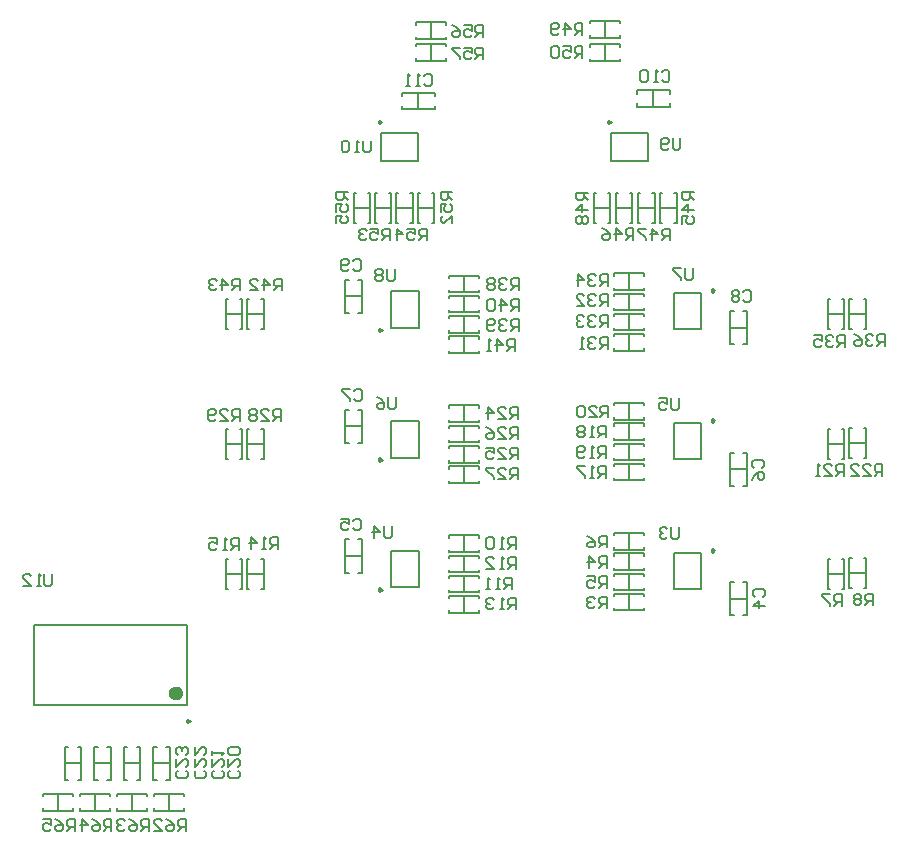
<source format=gbo>
G04*
G04 #@! TF.GenerationSoftware,Altium Limited,Altium Designer,20.0.13 (296)*
G04*
G04 Layer_Color=65280*
%FSLAX25Y25*%
%MOIN*%
G70*
G01*
G75*
%ADD10C,0.00984*%
%ADD11C,0.02362*%
%ADD12C,0.00787*%
%ADD13C,0.00591*%
D10*
X260644Y130383D02*
X259906Y130809D01*
Y129957D01*
X260644Y130383D01*
Y173690D02*
X259906Y174117D01*
Y173264D01*
X260644Y173690D01*
Y216998D02*
X259906Y217424D01*
Y216571D01*
X260644Y216998D01*
X226097Y273120D02*
X225359Y273547D01*
Y272694D01*
X226097Y273120D01*
X149499D02*
X148761Y273547D01*
Y272694D01*
X149499Y273120D01*
X149789Y203883D02*
X149051Y204309D01*
Y203456D01*
X149789Y203883D01*
Y160575D02*
X149051Y161002D01*
Y160149D01*
X149789Y160575D01*
Y117268D02*
X149051Y117695D01*
Y116842D01*
X149789Y117268D01*
X85756Y73561D02*
X85018Y73987D01*
Y73135D01*
X85756Y73561D01*
D11*
X82252Y82813D02*
X81808Y83736D01*
X80808Y83964D01*
X80007Y83325D01*
Y82301D01*
X80808Y81661D01*
X81808Y81889D01*
X82252Y82813D01*
D12*
X256390Y117450D02*
Y129655D01*
X247335Y117450D02*
Y129655D01*
X256390D01*
X247335Y117450D02*
X256390D01*
Y160757D02*
Y172962D01*
X247335Y160757D02*
Y172962D01*
X256390D01*
X247335Y160757D02*
X256390D01*
Y204064D02*
Y216269D01*
X247335Y204064D02*
Y216269D01*
X256390D01*
X247335Y204064D02*
X256390D01*
X226333Y269359D02*
X238538D01*
X226333Y260303D02*
X238538D01*
X226333D02*
Y269359D01*
X238538Y260303D02*
Y269359D01*
X161940Y260303D02*
Y269359D01*
X149735Y260303D02*
Y269359D01*
Y260303D02*
X161940D01*
X149735Y269359D02*
X161940D01*
X153059Y204611D02*
Y216816D01*
X162114Y204611D02*
Y216816D01*
X153059Y204611D02*
X162114D01*
X153059Y216816D02*
X162114D01*
X153059Y161304D02*
Y173509D01*
X162114Y161304D02*
Y173509D01*
X153059Y161304D02*
X162114D01*
X153059Y173509D02*
X162114D01*
X153059Y117997D02*
Y130201D01*
X162114Y117997D02*
Y130201D01*
X153059Y117997D02*
X162114D01*
X153059Y130201D02*
X162114D01*
X33827Y78876D02*
X85008D01*
X33827Y105648D02*
X85008D01*
Y78876D02*
Y105648D01*
X33827Y78876D02*
Y105648D01*
X146254Y266984D02*
Y263704D01*
X145598Y263048D01*
X144286D01*
X143630Y263704D01*
Y266984D01*
X142318Y263048D02*
X141006D01*
X141662D01*
Y266984D01*
X142318Y266328D01*
X139038D02*
X138382Y266984D01*
X137071D01*
X136415Y266328D01*
Y263704D01*
X137071Y263048D01*
X138382D01*
X139038Y263704D01*
Y266328D01*
X249391Y267817D02*
Y264537D01*
X248735Y263881D01*
X247423D01*
X246767Y264537D01*
Y267817D01*
X245455Y264537D02*
X244799Y263881D01*
X243487D01*
X242831Y264537D01*
Y267161D01*
X243487Y267817D01*
X244799D01*
X245455Y267161D01*
Y266505D01*
X244799Y265849D01*
X242831D01*
X154178Y224193D02*
Y220913D01*
X153522Y220257D01*
X152210D01*
X151554Y220913D01*
Y224193D01*
X150242Y223536D02*
X149586Y224193D01*
X148274D01*
X147618Y223536D01*
Y222881D01*
X148274Y222225D01*
X147618Y221569D01*
Y220913D01*
X148274Y220257D01*
X149586D01*
X150242Y220913D01*
Y221569D01*
X149586Y222225D01*
X150242Y222881D01*
Y223536D01*
X149586Y222225D02*
X148274D01*
X253438Y224445D02*
Y221165D01*
X252782Y220509D01*
X251470D01*
X250814Y221165D01*
Y224445D01*
X249502D02*
X246878D01*
Y223789D01*
X249502Y221165D01*
Y220509D01*
X154681Y181546D02*
Y178266D01*
X154025Y177610D01*
X152714D01*
X152058Y178266D01*
Y181546D01*
X148122D02*
X149434Y180890D01*
X150746Y179578D01*
Y178266D01*
X150090Y177610D01*
X148778D01*
X148122Y178266D01*
Y178922D01*
X148778Y179578D01*
X150746D01*
X248774Y181174D02*
Y177895D01*
X248118Y177239D01*
X246806D01*
X246150Y177895D01*
Y181174D01*
X242214D02*
X244838D01*
Y179207D01*
X243526Y179862D01*
X242870D01*
X242214Y179207D01*
Y177895D01*
X242870Y177239D01*
X244182D01*
X244838Y177895D01*
X153219Y138370D02*
Y135090D01*
X152563Y134434D01*
X151251D01*
X150595Y135090D01*
Y138370D01*
X147315Y134434D02*
Y138370D01*
X149283Y136402D01*
X146659D01*
X248987Y138242D02*
Y134962D01*
X248331Y134306D01*
X247019D01*
X246363Y134962D01*
Y138242D01*
X245051Y137586D02*
X244395Y138242D01*
X243084D01*
X242427Y137586D01*
Y136930D01*
X243084Y136274D01*
X243739D01*
X243084D01*
X242427Y135618D01*
Y134962D01*
X243084Y134306D01*
X244395D01*
X245051Y134962D01*
X40023Y122482D02*
Y119202D01*
X39367Y118546D01*
X38055D01*
X37399Y119202D01*
Y122482D01*
X36087Y118546D02*
X34775D01*
X35431D01*
Y122482D01*
X36087Y121826D01*
X30184Y118546D02*
X32807D01*
X30184Y121170D01*
Y121826D01*
X30840Y122482D01*
X32151D01*
X32807Y121826D01*
X183690Y294046D02*
Y297981D01*
X181722D01*
X181066Y297325D01*
Y296013D01*
X181722Y295357D01*
X183690D01*
X182378D02*
X181066Y294046D01*
X177131Y297981D02*
X179754D01*
Y296013D01*
X178443Y296670D01*
X177787D01*
X177131Y296013D01*
Y294702D01*
X177787Y294046D01*
X179098D01*
X179754Y294702D01*
X175819Y297981D02*
X173195D01*
Y297325D01*
X175819Y294702D01*
Y294046D01*
X216731Y294464D02*
Y298399D01*
X214763D01*
X214107Y297744D01*
Y296432D01*
X214763Y295776D01*
X216731D01*
X215419D02*
X214107Y294464D01*
X210172Y298399D02*
X212795D01*
Y296432D01*
X211483Y297088D01*
X210827D01*
X210172Y296432D01*
Y295120D01*
X210827Y294464D01*
X212139D01*
X212795Y295120D01*
X208860Y297744D02*
X208204Y298399D01*
X206892D01*
X206236Y297744D01*
Y295120D01*
X206892Y294464D01*
X208204D01*
X208860Y295120D01*
Y297744D01*
X102640Y217021D02*
Y220957D01*
X100672D01*
X100016Y220301D01*
Y218989D01*
X100672Y218333D01*
X102640D01*
X101328D02*
X100016Y217021D01*
X96737D02*
Y220957D01*
X98705Y218989D01*
X96081D01*
X94769Y220301D02*
X94113Y220957D01*
X92801D01*
X92145Y220301D01*
Y219645D01*
X92801Y218989D01*
X93457D01*
X92801D01*
X92145Y218333D01*
Y217677D01*
X92801Y217021D01*
X94113D01*
X94769Y217677D01*
X317655Y198481D02*
Y202417D01*
X315688D01*
X315032Y201761D01*
Y200449D01*
X315688Y199793D01*
X317655D01*
X316343D02*
X315032Y198481D01*
X313720Y201761D02*
X313064Y202417D01*
X311752D01*
X311096Y201761D01*
Y201105D01*
X311752Y200449D01*
X312408D01*
X311752D01*
X311096Y199793D01*
Y199137D01*
X311752Y198481D01*
X313064D01*
X313720Y199137D01*
X307160Y202417D02*
X308472Y201761D01*
X309784Y200449D01*
Y199137D01*
X309128Y198481D01*
X307816D01*
X307160Y199137D01*
Y199793D01*
X307816Y200449D01*
X309784D01*
X102424Y173511D02*
Y177446D01*
X100456D01*
X99800Y176790D01*
Y175478D01*
X100456Y174822D01*
X102424D01*
X101112D02*
X99800Y173511D01*
X95864D02*
X98488D01*
X95864Y176134D01*
Y176790D01*
X96520Y177446D01*
X97832D01*
X98488Y176790D01*
X94552Y174167D02*
X93896Y173511D01*
X92584D01*
X91928Y174167D01*
Y176790D01*
X92584Y177446D01*
X93896D01*
X94552Y176790D01*
Y176134D01*
X93896Y175478D01*
X91928D01*
X316711Y155252D02*
Y159188D01*
X314744D01*
X314088Y158532D01*
Y157220D01*
X314744Y156564D01*
X316711D01*
X315400D02*
X314088Y155252D01*
X310152D02*
X312776D01*
X310152Y157876D01*
Y158532D01*
X310808Y159188D01*
X312120D01*
X312776Y158532D01*
X306216Y155252D02*
X308840D01*
X306216Y157876D01*
Y158532D01*
X306872Y159188D01*
X308184D01*
X308840Y158532D01*
X102245Y130580D02*
Y134516D01*
X100277D01*
X99621Y133860D01*
Y132548D01*
X100277Y131892D01*
X102245D01*
X100933D02*
X99621Y130580D01*
X98309D02*
X96997D01*
X97653D01*
Y134516D01*
X98309Y133860D01*
X92405Y134516D02*
X95029D01*
Y132548D01*
X93717Y133204D01*
X93062D01*
X92405Y132548D01*
Y131236D01*
X93062Y130580D01*
X94373D01*
X95029Y131236D01*
X313657Y112024D02*
Y115959D01*
X311689D01*
X311033Y115303D01*
Y113991D01*
X311689Y113336D01*
X313657D01*
X312345D02*
X311033Y112024D01*
X309721Y115303D02*
X309065Y115959D01*
X307753D01*
X307097Y115303D01*
Y114647D01*
X307753Y113991D01*
X307097Y113336D01*
Y112680D01*
X307753Y112024D01*
X309065D01*
X309721Y112680D01*
Y113336D01*
X309065Y113991D01*
X309721Y114647D01*
Y115303D01*
X309065Y113991D02*
X307753D01*
X183690Y301451D02*
Y305387D01*
X181722D01*
X181066Y304731D01*
Y303419D01*
X181722Y302763D01*
X183690D01*
X182378D02*
X181066Y301451D01*
X177131Y305387D02*
X179754D01*
Y303419D01*
X178443Y304075D01*
X177787D01*
X177131Y303419D01*
Y302107D01*
X177787Y301451D01*
X179098D01*
X179754Y302107D01*
X173195Y305387D02*
X174507Y304731D01*
X175819Y303419D01*
Y302107D01*
X175163Y301451D01*
X173851D01*
X173195Y302107D01*
Y302763D01*
X173851Y303419D01*
X175819D01*
X216731Y302239D02*
Y306175D01*
X214763D01*
X214107Y305519D01*
Y304207D01*
X214763Y303551D01*
X216731D01*
X215419D02*
X214107Y302239D01*
X210827D02*
Y306175D01*
X212795Y304207D01*
X210172D01*
X208860Y302895D02*
X208204Y302239D01*
X206892D01*
X206236Y302895D01*
Y305519D01*
X206892Y306175D01*
X208204D01*
X208860Y305519D01*
Y304863D01*
X208204Y304207D01*
X206236D01*
X116547Y217021D02*
Y220957D01*
X114579D01*
X113923Y220301D01*
Y218989D01*
X114579Y218333D01*
X116547D01*
X115235D02*
X113923Y217021D01*
X110644D02*
Y220957D01*
X112611Y218989D01*
X109988D01*
X106052Y217021D02*
X108676D01*
X106052Y219645D01*
Y220301D01*
X106708Y220957D01*
X108020D01*
X108676Y220301D01*
X304349Y198244D02*
Y202180D01*
X302381D01*
X301726Y201524D01*
Y200212D01*
X302381Y199556D01*
X304349D01*
X303037D02*
X301726Y198244D01*
X300414Y201524D02*
X299758Y202180D01*
X298446D01*
X297790Y201524D01*
Y200868D01*
X298446Y200212D01*
X299102D01*
X298446D01*
X297790Y199556D01*
Y198900D01*
X298446Y198244D01*
X299758D01*
X300414Y198900D01*
X293854Y202180D02*
X296478D01*
Y200212D01*
X295166Y200868D01*
X294510D01*
X293854Y200212D01*
Y198900D01*
X294510Y198244D01*
X295822D01*
X296478Y198900D01*
X116087Y173511D02*
Y177446D01*
X114119D01*
X113463Y176790D01*
Y175478D01*
X114119Y174822D01*
X116087D01*
X114775D02*
X113463Y173511D01*
X109528D02*
X112151D01*
X109528Y176134D01*
Y176790D01*
X110183Y177446D01*
X111495D01*
X112151Y176790D01*
X108216D02*
X107560Y177446D01*
X106248D01*
X105592Y176790D01*
Y176134D01*
X106248Y175478D01*
X105592Y174822D01*
Y174167D01*
X106248Y173511D01*
X107560D01*
X108216Y174167D01*
Y174822D01*
X107560Y175478D01*
X108216Y176134D01*
Y176790D01*
X107560Y175478D02*
X106248D01*
X303851Y155252D02*
Y159188D01*
X301883D01*
X301227Y158532D01*
Y157220D01*
X301883Y156564D01*
X303851D01*
X302539D02*
X301227Y155252D01*
X297291D02*
X299915D01*
X297291Y157876D01*
Y158532D01*
X297947Y159188D01*
X299259D01*
X299915Y158532D01*
X295979Y155252D02*
X294668D01*
X295323D01*
Y159188D01*
X295979Y158532D01*
X115300Y130800D02*
Y134736D01*
X113332D01*
X112676Y134080D01*
Y132768D01*
X113332Y132112D01*
X115300D01*
X113988D02*
X112676Y130800D01*
X111364D02*
X110052D01*
X110708D01*
Y134736D01*
X111364Y134080D01*
X106117Y130800D02*
Y134736D01*
X108084Y132768D01*
X105461D01*
X303154Y111731D02*
Y115666D01*
X301186D01*
X300531Y115010D01*
Y113698D01*
X301186Y113042D01*
X303154D01*
X301842D02*
X300531Y111731D01*
X299219Y115666D02*
X296595D01*
Y115010D01*
X299219Y112387D01*
Y111731D01*
X138627Y249839D02*
X134692D01*
Y247871D01*
X135348Y247216D01*
X136660D01*
X137315Y247871D01*
Y249839D01*
Y248527D02*
X138627Y247216D01*
X134692Y243280D02*
Y245904D01*
X136660D01*
X136003Y244592D01*
Y243936D01*
X136660Y243280D01*
X137971D01*
X138627Y243936D01*
Y245248D01*
X137971Y245904D01*
X134692Y239344D02*
Y241968D01*
X136660D01*
X136003Y240656D01*
Y240000D01*
X136660Y239344D01*
X137971D01*
X138627Y240000D01*
Y241312D01*
X137971Y241968D01*
X218559Y249655D02*
X214623D01*
Y247687D01*
X215279Y247031D01*
X216591D01*
X217247Y247687D01*
Y249655D01*
Y248343D02*
X218559Y247031D01*
Y243751D02*
X214623D01*
X216591Y245719D01*
Y243095D01*
X215279Y241783D02*
X214623Y241127D01*
Y239815D01*
X215279Y239159D01*
X215935D01*
X216591Y239815D01*
X217247Y239159D01*
X217903D01*
X218559Y239815D01*
Y241127D01*
X217903Y241783D01*
X217247D01*
X216591Y241127D01*
X215935Y241783D01*
X215279D01*
X216591Y241127D02*
Y239815D01*
X194231Y196800D02*
Y200735D01*
X192263D01*
X191607Y200080D01*
Y198768D01*
X192263Y198112D01*
X194231D01*
X192919D02*
X191607Y196800D01*
X188327D02*
Y200735D01*
X190295Y198768D01*
X187671D01*
X186359Y196800D02*
X185047D01*
X185703D01*
Y200735D01*
X186359Y200080D01*
X225245Y218601D02*
Y222537D01*
X223277D01*
X222621Y221881D01*
Y220569D01*
X223277Y219913D01*
X225245D01*
X223933D02*
X222621Y218601D01*
X221309Y221881D02*
X220653Y222537D01*
X219341D01*
X218685Y221881D01*
Y221225D01*
X219341Y220569D01*
X219997D01*
X219341D01*
X218685Y219913D01*
Y219257D01*
X219341Y218601D01*
X220653D01*
X221309Y219257D01*
X215406Y218601D02*
Y222537D01*
X217373Y220569D01*
X214750D01*
X195181Y154020D02*
Y157955D01*
X193213D01*
X192557Y157299D01*
Y155988D01*
X193213Y155332D01*
X195181D01*
X193869D02*
X192557Y154020D01*
X188621D02*
X191245D01*
X188621Y156643D01*
Y157299D01*
X189278Y157955D01*
X190589D01*
X191245Y157299D01*
X187310Y157955D02*
X184686D01*
Y157299D01*
X187310Y154676D01*
Y154020D01*
X225351Y174707D02*
Y178643D01*
X223383D01*
X222727Y177987D01*
Y176675D01*
X223383Y176019D01*
X225351D01*
X224039D02*
X222727Y174707D01*
X218791D02*
X221415D01*
X218791Y177331D01*
Y177987D01*
X219447Y178643D01*
X220759D01*
X221415Y177987D01*
X217479D02*
X216823Y178643D01*
X215511D01*
X214855Y177987D01*
Y175363D01*
X215511Y174707D01*
X216823D01*
X217479Y175363D01*
Y177987D01*
X194441Y110680D02*
Y114616D01*
X192473D01*
X191817Y113960D01*
Y112648D01*
X192473Y111992D01*
X194441D01*
X193129D02*
X191817Y110680D01*
X190505D02*
X189193D01*
X189849D01*
Y114616D01*
X190505Y113960D01*
X187225D02*
X186569Y114616D01*
X185257D01*
X184601Y113960D01*
Y113304D01*
X185257Y112648D01*
X185913D01*
X185257D01*
X184601Y111992D01*
Y111337D01*
X185257Y110680D01*
X186569D01*
X187225Y111337D01*
X224956Y131328D02*
Y135264D01*
X222989D01*
X222333Y134608D01*
Y133296D01*
X222989Y132640D01*
X224956D01*
X223645D02*
X222333Y131328D01*
X218397Y135264D02*
X219709Y134608D01*
X221021Y133296D01*
Y131984D01*
X220365Y131328D01*
X219053D01*
X218397Y131984D01*
Y132640D01*
X219053Y133296D01*
X221021D01*
X164921Y233706D02*
Y237642D01*
X162953D01*
X162297Y236986D01*
Y235674D01*
X162953Y235018D01*
X164921D01*
X163609D02*
X162297Y233706D01*
X158361Y237642D02*
X160985D01*
Y235674D01*
X159673Y236330D01*
X159017D01*
X158361Y235674D01*
Y234362D01*
X159017Y233706D01*
X160329D01*
X160985Y234362D01*
X155081Y233706D02*
Y237642D01*
X157049Y235674D01*
X154425D01*
X245778Y233701D02*
Y237636D01*
X243811D01*
X243155Y236980D01*
Y235668D01*
X243811Y235013D01*
X245778D01*
X244467D02*
X243155Y233701D01*
X239875D02*
Y237636D01*
X241843Y235668D01*
X239219D01*
X237907Y237636D02*
X235283D01*
Y236980D01*
X237907Y234357D01*
Y233701D01*
X195531Y210300D02*
Y214235D01*
X193563D01*
X192907Y213580D01*
Y212268D01*
X193563Y211612D01*
X195531D01*
X194219D02*
X192907Y210300D01*
X189627D02*
Y214235D01*
X191595Y212268D01*
X188971D01*
X187659Y213580D02*
X187003Y214235D01*
X185691D01*
X185035Y213580D01*
Y210956D01*
X185691Y210300D01*
X187003D01*
X187659Y210956D01*
Y213580D01*
X225245Y204769D02*
Y208705D01*
X223277D01*
X222621Y208049D01*
Y206737D01*
X223277Y206081D01*
X225245D01*
X223933D02*
X222621Y204769D01*
X221309Y208049D02*
X220653Y208705D01*
X219341D01*
X218685Y208049D01*
Y207393D01*
X219341Y206737D01*
X219997D01*
X219341D01*
X218685Y206081D01*
Y205425D01*
X219341Y204769D01*
X220653D01*
X221309Y205425D01*
X217373Y208049D02*
X216718Y208705D01*
X215406D01*
X214750Y208049D01*
Y207393D01*
X215406Y206737D01*
X216061D01*
X215406D01*
X214750Y206081D01*
Y205425D01*
X215406Y204769D01*
X216718D01*
X217373Y205425D01*
X195181Y167520D02*
Y171455D01*
X193213D01*
X192557Y170800D01*
Y169488D01*
X193213Y168832D01*
X195181D01*
X193869D02*
X192557Y167520D01*
X188621D02*
X191245D01*
X188621Y170143D01*
Y170800D01*
X189278Y171455D01*
X190589D01*
X191245Y170800D01*
X184686Y171455D02*
X185998Y170800D01*
X187310Y169488D01*
Y168176D01*
X186654Y167520D01*
X185342D01*
X184686Y168176D01*
Y168832D01*
X185342Y169488D01*
X187310D01*
X224651Y161207D02*
Y165143D01*
X222683D01*
X222027Y164487D01*
Y163175D01*
X222683Y162519D01*
X224651D01*
X223339D02*
X222027Y161207D01*
X220715D02*
X219403D01*
X220059D01*
Y165143D01*
X220715Y164487D01*
X217435Y161863D02*
X216779Y161207D01*
X215467D01*
X214811Y161863D01*
Y164487D01*
X215467Y165143D01*
X216779D01*
X217435Y164487D01*
Y163831D01*
X216779Y163175D01*
X214811D01*
X194441Y124180D02*
Y128116D01*
X192473D01*
X191817Y127460D01*
Y126148D01*
X192473Y125492D01*
X194441D01*
X193129D02*
X191817Y124180D01*
X190505D02*
X189193D01*
X189849D01*
Y128116D01*
X190505Y127460D01*
X184601Y124180D02*
X187225D01*
X184601Y126804D01*
Y127460D01*
X185257Y128116D01*
X186569D01*
X187225Y127460D01*
X224956Y117828D02*
Y121764D01*
X222989D01*
X222333Y121108D01*
Y119796D01*
X222989Y119140D01*
X224956D01*
X223645D02*
X222333Y117828D01*
X218397Y121764D02*
X221021D01*
Y119796D01*
X219709Y120452D01*
X219053D01*
X218397Y119796D01*
Y118484D01*
X219053Y117828D01*
X220365D01*
X221021Y118484D01*
X152622Y233706D02*
Y237642D01*
X150654D01*
X149998Y236986D01*
Y235674D01*
X150654Y235018D01*
X152622D01*
X151310D02*
X149998Y233706D01*
X146062Y237642D02*
X148686D01*
Y235674D01*
X147374Y236330D01*
X146718D01*
X146062Y235674D01*
Y234362D01*
X146718Y233706D01*
X148030D01*
X148686Y234362D01*
X144750Y236986D02*
X144095Y237642D01*
X142783D01*
X142127Y236986D01*
Y236330D01*
X142783Y235674D01*
X143439D01*
X142783D01*
X142127Y235018D01*
Y234362D01*
X142783Y233706D01*
X144095D01*
X144750Y234362D01*
X233735Y233774D02*
Y237710D01*
X231768D01*
X231112Y237054D01*
Y235742D01*
X231768Y235086D01*
X233735D01*
X232423D02*
X231112Y233774D01*
X227832D02*
Y237710D01*
X229800Y235742D01*
X227176D01*
X223240Y237710D02*
X224552Y237054D01*
X225864Y235742D01*
Y234430D01*
X225208Y233774D01*
X223896D01*
X223240Y234430D01*
Y235086D01*
X223896Y235742D01*
X225864D01*
X195531Y203500D02*
Y207435D01*
X193563D01*
X192907Y206780D01*
Y205468D01*
X193563Y204812D01*
X195531D01*
X194219D02*
X192907Y203500D01*
X191595Y206780D02*
X190939Y207435D01*
X189627D01*
X188971Y206780D01*
Y206124D01*
X189627Y205468D01*
X190283D01*
X189627D01*
X188971Y204812D01*
Y204156D01*
X189627Y203500D01*
X190939D01*
X191595Y204156D01*
X187659D02*
X187003Y203500D01*
X185691D01*
X185035Y204156D01*
Y206780D01*
X185691Y207435D01*
X187003D01*
X187659Y206780D01*
Y206124D01*
X187003Y205468D01*
X185035D01*
X225245Y211745D02*
Y215680D01*
X223277D01*
X222621Y215024D01*
Y213713D01*
X223277Y213056D01*
X225245D01*
X223933D02*
X222621Y211745D01*
X221309Y215024D02*
X220653Y215680D01*
X219341D01*
X218685Y215024D01*
Y214368D01*
X219341Y213713D01*
X219997D01*
X219341D01*
X218685Y213056D01*
Y212401D01*
X219341Y211745D01*
X220653D01*
X221309Y212401D01*
X214750Y211745D02*
X217373D01*
X214750Y214368D01*
Y215024D01*
X215406Y215680D01*
X216718D01*
X217373Y215024D01*
X195181Y160720D02*
Y164655D01*
X193213D01*
X192557Y163999D01*
Y162688D01*
X193213Y162032D01*
X195181D01*
X193869D02*
X192557Y160720D01*
X188621D02*
X191245D01*
X188621Y163344D01*
Y163999D01*
X189278Y164655D01*
X190589D01*
X191245Y163999D01*
X184686Y164655D02*
X187310D01*
Y162688D01*
X185998Y163344D01*
X185342D01*
X184686Y162688D01*
Y161376D01*
X185342Y160720D01*
X186654D01*
X187310Y161376D01*
X224651Y168007D02*
Y171943D01*
X222683D01*
X222027Y171287D01*
Y169975D01*
X222683Y169319D01*
X224651D01*
X223339D02*
X222027Y168007D01*
X220715D02*
X219403D01*
X220059D01*
Y171943D01*
X220715Y171287D01*
X217435D02*
X216779Y171943D01*
X215467D01*
X214811Y171287D01*
Y170631D01*
X215467Y169975D01*
X214811Y169319D01*
Y168663D01*
X215467Y168007D01*
X216779D01*
X217435Y168663D01*
Y169319D01*
X216779Y169975D01*
X217435Y170631D01*
Y171287D01*
X216779Y169975D02*
X215467D01*
X193129Y117380D02*
Y121316D01*
X191161D01*
X190505Y120660D01*
Y119348D01*
X191161Y118692D01*
X193129D01*
X191817D02*
X190505Y117380D01*
X189193D02*
X187881D01*
X188537D01*
Y121316D01*
X189193Y120660D01*
X185913Y117380D02*
X184601D01*
X185257D01*
Y121316D01*
X185913Y120660D01*
X224956Y124628D02*
Y128564D01*
X222989D01*
X222333Y127908D01*
Y126596D01*
X222989Y125940D01*
X224956D01*
X223645D02*
X222333Y124628D01*
X219053D02*
Y128564D01*
X221021Y126596D01*
X218397D01*
X173363Y249839D02*
X169428D01*
Y247871D01*
X170084Y247216D01*
X171396D01*
X172052Y247871D01*
Y249839D01*
Y248527D02*
X173363Y247216D01*
X169428Y243280D02*
Y245904D01*
X171396D01*
X170740Y244592D01*
Y243936D01*
X171396Y243280D01*
X172707D01*
X173363Y243936D01*
Y245248D01*
X172707Y245904D01*
X173363Y239344D02*
Y241968D01*
X170740Y239344D01*
X170084D01*
X169428Y240000D01*
Y241312D01*
X170084Y241968D01*
X253808Y249802D02*
X249872D01*
Y247834D01*
X250528Y247178D01*
X251840D01*
X252496Y247834D01*
Y249802D01*
Y248490D02*
X253808Y247178D01*
Y243898D02*
X249872D01*
X251840Y245866D01*
Y243242D01*
X249872Y239306D02*
Y241930D01*
X251840D01*
X251184Y240618D01*
Y239962D01*
X251840Y239306D01*
X253152D01*
X253808Y239962D01*
Y241274D01*
X253152Y241930D01*
X195531Y217100D02*
Y221036D01*
X193563D01*
X192907Y220380D01*
Y219068D01*
X193563Y218412D01*
X195531D01*
X194219D02*
X192907Y217100D01*
X191595Y220380D02*
X190939Y221036D01*
X189627D01*
X188971Y220380D01*
Y219724D01*
X189627Y219068D01*
X190283D01*
X189627D01*
X188971Y218412D01*
Y217756D01*
X189627Y217100D01*
X190939D01*
X191595Y217756D01*
X187659Y220380D02*
X187003Y221036D01*
X185691D01*
X185035Y220380D01*
Y219724D01*
X185691Y219068D01*
X185035Y218412D01*
Y217756D01*
X185691Y217100D01*
X187003D01*
X187659Y217756D01*
Y218412D01*
X187003Y219068D01*
X187659Y219724D01*
Y220380D01*
X187003Y219068D02*
X185691D01*
X225245Y197556D02*
Y201492D01*
X223277D01*
X222621Y200836D01*
Y199524D01*
X223277Y198868D01*
X225245D01*
X223933D02*
X222621Y197556D01*
X221309Y200836D02*
X220653Y201492D01*
X219341D01*
X218685Y200836D01*
Y200180D01*
X219341Y199524D01*
X219997D01*
X219341D01*
X218685Y198868D01*
Y198213D01*
X219341Y197556D01*
X220653D01*
X221309Y198213D01*
X217373Y197556D02*
X216061D01*
X216718D01*
Y201492D01*
X217373Y200836D01*
X195181Y174220D02*
Y178155D01*
X193213D01*
X192557Y177499D01*
Y176188D01*
X193213Y175532D01*
X195181D01*
X193869D02*
X192557Y174220D01*
X188621D02*
X191245D01*
X188621Y176844D01*
Y177499D01*
X189278Y178155D01*
X190589D01*
X191245Y177499D01*
X185342Y174220D02*
Y178155D01*
X187310Y176188D01*
X184686D01*
X224651Y154507D02*
Y158443D01*
X222683D01*
X222027Y157787D01*
Y156475D01*
X222683Y155819D01*
X224651D01*
X223339D02*
X222027Y154507D01*
X220715D02*
X219403D01*
X220059D01*
Y158443D01*
X220715Y157787D01*
X217435Y158443D02*
X214811D01*
Y157787D01*
X217435Y155163D01*
Y154507D01*
X194441Y130880D02*
Y134816D01*
X192473D01*
X191817Y134160D01*
Y132848D01*
X192473Y132192D01*
X194441D01*
X193129D02*
X191817Y130880D01*
X190505D02*
X189193D01*
X189849D01*
Y134816D01*
X190505Y134160D01*
X187225D02*
X186569Y134816D01*
X185257D01*
X184601Y134160D01*
Y131536D01*
X185257Y130880D01*
X186569D01*
X187225Y131536D01*
Y134160D01*
X224956Y111028D02*
Y114964D01*
X222989D01*
X222333Y114308D01*
Y112996D01*
X222989Y112340D01*
X224956D01*
X223645D02*
X222333Y111028D01*
X221021Y114308D02*
X220365Y114964D01*
X219053D01*
X218397Y114308D01*
Y113652D01*
X219053Y112996D01*
X219709D01*
X219053D01*
X218397Y112340D01*
Y111684D01*
X219053Y111028D01*
X220365D01*
X221021Y111684D01*
X47422Y36982D02*
Y40918D01*
X45454D01*
X44798Y40262D01*
Y38950D01*
X45454Y38294D01*
X47422D01*
X46110D02*
X44798Y36982D01*
X40862Y40918D02*
X42174Y40262D01*
X43486Y38950D01*
Y37638D01*
X42830Y36982D01*
X41518D01*
X40862Y37638D01*
Y38294D01*
X41518Y38950D01*
X43486D01*
X36926Y40918D02*
X39550D01*
Y38950D01*
X38238Y39606D01*
X37582D01*
X36926Y38950D01*
Y37638D01*
X37582Y36982D01*
X38894D01*
X39550Y37638D01*
X59722Y36982D02*
Y40918D01*
X57754D01*
X57098Y40262D01*
Y38950D01*
X57754Y38294D01*
X59722D01*
X58410D02*
X57098Y36982D01*
X53162Y40918D02*
X54474Y40262D01*
X55786Y38950D01*
Y37638D01*
X55130Y36982D01*
X53818D01*
X53162Y37638D01*
Y38294D01*
X53818Y38950D01*
X55786D01*
X49882Y36982D02*
Y40918D01*
X51850Y38950D01*
X49226D01*
X72122Y36982D02*
Y40918D01*
X70154D01*
X69498Y40262D01*
Y38950D01*
X70154Y38294D01*
X72122D01*
X70810D02*
X69498Y36982D01*
X65562Y40918D02*
X66874Y40262D01*
X68186Y38950D01*
Y37638D01*
X67530Y36982D01*
X66218D01*
X65562Y37638D01*
Y38294D01*
X66218Y38950D01*
X68186D01*
X64250Y40262D02*
X63594Y40918D01*
X62282D01*
X61626Y40262D01*
Y39606D01*
X62282Y38950D01*
X62938D01*
X62282D01*
X61626Y38294D01*
Y37638D01*
X62282Y36982D01*
X63594D01*
X64250Y37638D01*
X84422Y36982D02*
Y40918D01*
X82454D01*
X81798Y40262D01*
Y38950D01*
X82454Y38294D01*
X84422D01*
X83110D02*
X81798Y36982D01*
X77862Y40918D02*
X79174Y40262D01*
X80486Y38950D01*
Y37638D01*
X79830Y36982D01*
X78518D01*
X77862Y37638D01*
Y38294D01*
X78518Y38950D01*
X80486D01*
X73926Y36982D02*
X76550D01*
X73926Y39606D01*
Y40262D01*
X74582Y40918D01*
X75894D01*
X76550Y40262D01*
X163830Y288479D02*
X164486Y289135D01*
X165798D01*
X166454Y288479D01*
Y285855D01*
X165798Y285199D01*
X164486D01*
X163830Y285855D01*
X162518Y285199D02*
X161206D01*
X161862D01*
Y289135D01*
X162518Y288479D01*
X159238Y285199D02*
X157926D01*
X158582D01*
Y289135D01*
X159238Y288479D01*
X243120Y289705D02*
X243775Y290361D01*
X245087D01*
X245743Y289705D01*
Y287082D01*
X245087Y286426D01*
X243775D01*
X243120Y287082D01*
X241808Y286426D02*
X240496D01*
X241152D01*
Y290361D01*
X241808Y289705D01*
X238528D02*
X237872Y290361D01*
X236560D01*
X235904Y289705D01*
Y287082D01*
X236560Y286426D01*
X237872D01*
X238528Y287082D01*
Y289705D01*
X140336Y226774D02*
X140992Y227430D01*
X142304D01*
X142960Y226774D01*
Y224150D01*
X142304Y223494D01*
X140992D01*
X140336Y224150D01*
X139024D02*
X138368Y223494D01*
X137056D01*
X136400Y224150D01*
Y226774D01*
X137056Y227430D01*
X138368D01*
X139024Y226774D01*
Y226118D01*
X138368Y225462D01*
X136400D01*
X270376Y216480D02*
X271032Y217136D01*
X272344D01*
X273000Y216480D01*
Y213856D01*
X272344Y213200D01*
X271032D01*
X270376Y213856D01*
X269064Y216480D02*
X268408Y217136D01*
X267096D01*
X266440Y216480D01*
Y215824D01*
X267096Y215168D01*
X266440Y214512D01*
Y213856D01*
X267096Y213200D01*
X268408D01*
X269064Y213856D01*
Y214512D01*
X268408Y215168D01*
X269064Y215824D01*
Y216480D01*
X268408Y215168D02*
X267096D01*
X140551Y183407D02*
X141207Y184063D01*
X142519D01*
X143175Y183407D01*
Y180783D01*
X142519Y180127D01*
X141207D01*
X140551Y180783D01*
X139239Y184063D02*
X136615D01*
Y183407D01*
X139239Y180783D01*
Y180127D01*
X273853Y157798D02*
X273197Y158454D01*
Y159765D01*
X273853Y160421D01*
X276477D01*
X277133Y159765D01*
Y158454D01*
X276477Y157798D01*
X273197Y153862D02*
X273853Y155174D01*
X275165Y156486D01*
X276477D01*
X277133Y155830D01*
Y154518D01*
X276477Y153862D01*
X275821D01*
X275165Y154518D01*
Y156486D01*
X140300Y140317D02*
X140956Y140973D01*
X142268D01*
X142924Y140317D01*
Y137693D01*
X142268Y137037D01*
X140956D01*
X140300Y137693D01*
X136364Y140973D02*
X138988D01*
Y139005D01*
X137676Y139661D01*
X137020D01*
X136364Y139005D01*
Y137693D01*
X137020Y137037D01*
X138332D01*
X138988Y137693D01*
X274187Y114949D02*
X273532Y115605D01*
Y116917D01*
X274187Y117573D01*
X276811D01*
X277467Y116917D01*
Y115605D01*
X276811Y114949D01*
X277467Y111670D02*
X273532D01*
X275499Y113637D01*
Y111013D01*
X84457Y56982D02*
X85113Y56326D01*
Y55014D01*
X84457Y54359D01*
X81833D01*
X81177Y55014D01*
Y56326D01*
X81833Y56982D01*
X81177Y60918D02*
Y58294D01*
X83801Y60918D01*
X84457D01*
X85113Y60262D01*
Y58950D01*
X84457Y58294D01*
Y62230D02*
X85113Y62886D01*
Y64198D01*
X84457Y64854D01*
X83801D01*
X83145Y64198D01*
Y63542D01*
Y64198D01*
X82489Y64854D01*
X81833D01*
X81177Y64198D01*
Y62886D01*
X81833Y62230D01*
X90703Y56982D02*
X91359Y56326D01*
Y55014D01*
X90703Y54359D01*
X88079D01*
X87423Y55014D01*
Y56326D01*
X88079Y56982D01*
X87423Y60918D02*
Y58294D01*
X90047Y60918D01*
X90703D01*
X91359Y60262D01*
Y58950D01*
X90703Y58294D01*
X87423Y64854D02*
Y62230D01*
X90047Y64854D01*
X90703D01*
X91359Y64198D01*
Y62886D01*
X90703Y62230D01*
X96427Y56982D02*
X97083Y56326D01*
Y55014D01*
X96427Y54359D01*
X93803D01*
X93147Y55014D01*
Y56326D01*
X93803Y56982D01*
X93147Y60918D02*
Y58294D01*
X95771Y60918D01*
X96427D01*
X97083Y60262D01*
Y58950D01*
X96427Y58294D01*
X93147Y62230D02*
Y63542D01*
Y62886D01*
X97083D01*
X96427Y62230D01*
X101995Y56982D02*
X102650Y56326D01*
Y55014D01*
X101995Y54359D01*
X99371D01*
X98715Y55014D01*
Y56326D01*
X99371Y56982D01*
X98715Y60918D02*
Y58294D01*
X101339Y60918D01*
X101995D01*
X102650Y60262D01*
Y58950D01*
X101995Y58294D01*
Y62230D02*
X102650Y62886D01*
Y64198D01*
X101995Y64854D01*
X99371D01*
X98715Y64198D01*
Y62886D01*
X99371Y62230D01*
X101995D01*
D13*
X298544Y117633D02*
X299300D01*
X298544D02*
Y127633D01*
X299300D01*
X303300D02*
X304056D01*
Y117633D02*
Y127633D01*
X303300Y117633D02*
X304056D01*
X298544Y122633D02*
X304056D01*
X310450Y127689D02*
X311206D01*
Y117689D02*
Y127689D01*
X310450Y117689D02*
X311206D01*
X305694D02*
X306450D01*
X305694D02*
Y127689D01*
X306450D01*
X305694Y122689D02*
X311206D01*
X266021Y114171D02*
X271533D01*
X270351Y108659D02*
X271533D01*
Y119682D01*
X270351D02*
X271533D01*
X266021D02*
X267202D01*
X266021Y108659D02*
Y119682D01*
Y108659D02*
X267202D01*
X227211Y135374D02*
Y136129D01*
X237211D01*
Y135374D02*
Y136129D01*
Y130618D02*
Y131374D01*
X227211Y130618D02*
X237211D01*
X227211D02*
Y131374D01*
X232211Y130618D02*
Y136129D01*
X237211Y123863D02*
Y124619D01*
X227211Y123863D02*
X237211D01*
X227211D02*
Y124619D01*
Y128619D02*
Y129375D01*
X237211D01*
Y128619D02*
Y129375D01*
X232211Y123863D02*
Y129375D01*
X227211Y121865D02*
Y122621D01*
X237211D01*
Y121865D02*
Y122621D01*
Y117109D02*
Y117865D01*
X227211Y117109D02*
X237211D01*
X227211D02*
Y117865D01*
X232211Y117109D02*
Y122621D01*
X237211Y110355D02*
Y111111D01*
X227211Y110355D02*
X237211D01*
X227211D02*
Y111111D01*
Y115111D02*
Y115867D01*
X237211D01*
Y115111D02*
Y115867D01*
X232211Y110355D02*
Y115867D01*
X227211Y178681D02*
Y179437D01*
X237211D01*
Y178681D02*
Y179437D01*
Y173925D02*
Y174681D01*
X227211Y173925D02*
X237211D01*
X227211D02*
Y174681D01*
X232211Y173925D02*
Y179437D01*
X237211Y167171D02*
Y167927D01*
X227211Y167171D02*
X237211D01*
X227211D02*
Y167927D01*
Y171926D02*
Y172682D01*
X237211D01*
Y171926D02*
Y172682D01*
X232211Y167171D02*
Y172682D01*
X227211Y165172D02*
Y165928D01*
X237211D01*
Y165172D02*
Y165928D01*
Y160416D02*
Y161172D01*
X227211Y160416D02*
X237211D01*
X227211D02*
Y161172D01*
X232211Y160416D02*
Y165928D01*
X237211Y153662D02*
Y154418D01*
X227211Y153662D02*
X237211D01*
X227211D02*
Y154418D01*
Y158418D02*
Y159174D01*
X237211D01*
Y158418D02*
Y159174D01*
X232211Y153662D02*
Y159174D01*
X266021Y157478D02*
X271533D01*
X270351Y151966D02*
X271533D01*
Y162989D01*
X270351D02*
X271533D01*
X266021D02*
X267202D01*
X266021Y151966D02*
Y162989D01*
Y151966D02*
X267202D01*
X310450Y170996D02*
X311206D01*
Y160996D02*
Y170996D01*
X310450Y160996D02*
X311206D01*
X305694D02*
X306450D01*
X305694D02*
Y170996D01*
X306450D01*
X305694Y165996D02*
X311206D01*
X298544Y160940D02*
X299300D01*
X298544D02*
Y170940D01*
X299300D01*
X303300D02*
X304056D01*
Y160940D02*
Y170940D01*
X303300Y160940D02*
X304056D01*
X298544Y165940D02*
X304056D01*
X298544Y204247D02*
X299300D01*
X298544D02*
Y214247D01*
X299300D01*
X303300D02*
X304056D01*
Y204247D02*
Y214247D01*
X303300Y204247D02*
X304056D01*
X298544Y209247D02*
X304056D01*
X310450Y214303D02*
X311206D01*
Y204303D02*
Y214303D01*
X310450Y204303D02*
X311206D01*
X305694D02*
X306450D01*
X305694D02*
Y214303D01*
X306450D01*
X305694Y209303D02*
X311206D01*
X237211Y196969D02*
Y197725D01*
X227211Y196969D02*
X237211D01*
X227211D02*
Y197725D01*
Y201725D02*
Y202481D01*
X237211D01*
Y201725D02*
Y202481D01*
X232211Y196969D02*
Y202481D01*
X227211Y208479D02*
Y209235D01*
X237211D01*
Y208479D02*
Y209235D01*
Y203724D02*
Y204479D01*
X227211Y203724D02*
X237211D01*
X227211D02*
Y204479D01*
X232211Y203724D02*
Y209235D01*
X237211Y210478D02*
Y211234D01*
X227211Y210478D02*
X237211D01*
X227211D02*
Y211234D01*
Y215234D02*
Y215989D01*
X237211D01*
Y215234D02*
Y215989D01*
X232211Y210478D02*
Y215989D01*
X227211Y221988D02*
Y222744D01*
X237211D01*
Y221988D02*
Y222744D01*
Y217232D02*
Y217988D01*
X227211Y217232D02*
X237211D01*
X227211D02*
Y217988D01*
X232211Y217232D02*
Y222744D01*
X220516Y239588D02*
X221271D01*
X220516D02*
Y249588D01*
X221271D01*
X225272D02*
X226027D01*
Y239588D02*
Y249588D01*
X225272Y239588D02*
X226027D01*
X220516Y244588D02*
X226027D01*
X232634Y249588D02*
X233390D01*
Y239588D02*
Y249588D01*
X232634Y239588D02*
X233390D01*
X227878D02*
X228635D01*
X227878D02*
Y249588D01*
X228635D01*
X227878Y244588D02*
X233390D01*
X235242Y239588D02*
X235997D01*
X235242D02*
Y249588D01*
X235997D01*
X239997D02*
X240753D01*
Y239588D02*
Y249588D01*
X239997Y239588D02*
X240753D01*
X235242Y244588D02*
X240753D01*
X247360Y249588D02*
X248116D01*
Y239588D02*
Y249588D01*
X247360Y239588D02*
X248116D01*
X242604D02*
X243360D01*
X242604D02*
Y249588D01*
X243360D01*
X242604Y244588D02*
X248116D01*
X240301Y278241D02*
Y283753D01*
X245813Y282572D02*
Y283753D01*
X234790D02*
X245813D01*
X234790Y282572D02*
Y283753D01*
Y278241D02*
Y279422D01*
Y278241D02*
X245813D01*
Y279422D01*
X219083Y306007D02*
Y306763D01*
X229083D01*
Y306007D02*
Y306763D01*
Y301251D02*
Y302007D01*
X219083Y301251D02*
X229083D01*
X219083D02*
Y302007D01*
X224083Y301251D02*
Y306763D01*
X229083Y293542D02*
Y294298D01*
X219083Y293542D02*
X229083D01*
X219083D02*
Y294298D01*
Y298298D02*
Y299054D01*
X229083D01*
Y298298D02*
Y299054D01*
X224083Y293542D02*
Y299054D01*
X166359Y300832D02*
Y306344D01*
X171359Y305588D02*
Y306344D01*
X161359D02*
X171359D01*
X161359Y305588D02*
Y306344D01*
Y300832D02*
Y301588D01*
Y300832D02*
X171359D01*
Y301588D01*
X166375Y293606D02*
Y299118D01*
X161374Y293606D02*
Y294362D01*
Y293606D02*
X171374D01*
Y294362D01*
Y298362D02*
Y299118D01*
X161374D02*
X171374D01*
X161374Y298362D02*
Y299118D01*
X154657Y244588D02*
X160169D01*
X159413Y239588D02*
X160169D01*
Y249588D01*
X159413D02*
X160169D01*
X154657D02*
X155413D01*
X154657Y239588D02*
Y249588D01*
Y239588D02*
X155413D01*
X147558Y244588D02*
X153070D01*
X147558Y249588D02*
X148314D01*
X147558Y239588D02*
Y249588D01*
Y239588D02*
X148314D01*
X152314D02*
X153070D01*
Y249588D01*
X152314D02*
X153070D01*
X161756Y244588D02*
X167268D01*
X161756Y249588D02*
X162512D01*
X161756Y239588D02*
Y249588D01*
Y239588D02*
X162512D01*
X166512D02*
X167268D01*
Y249588D01*
X166512D02*
X167268D01*
X182238Y196197D02*
Y196953D01*
X172238Y196197D02*
X182238D01*
X172238D02*
Y196953D01*
Y200953D02*
Y201709D01*
X182238D01*
Y200953D02*
Y201709D01*
X177238Y196197D02*
Y201709D01*
X172238Y207707D02*
Y208463D01*
X182238D01*
Y207707D02*
Y208463D01*
Y202951D02*
Y203707D01*
X172238Y202951D02*
X182238D01*
X172238D02*
Y203707D01*
X177238Y202951D02*
Y208463D01*
X182238Y209705D02*
Y210461D01*
X172238Y209705D02*
X182238D01*
X172238D02*
Y210461D01*
Y214461D02*
Y215217D01*
X182238D01*
Y214461D02*
Y215217D01*
X177238Y209705D02*
Y215217D01*
X172238Y221215D02*
Y221971D01*
X182238D01*
Y221215D02*
Y221971D01*
Y216459D02*
Y217215D01*
X172238Y216459D02*
X182238D01*
X172238D02*
Y217215D01*
X177238Y216459D02*
Y221971D01*
X137747Y215112D02*
X143259D01*
X137747Y220624D02*
X138928D01*
X137747Y209600D02*
Y220624D01*
Y209600D02*
X138928D01*
X142077D02*
X143259D01*
Y220624D01*
X142077D02*
X143259D01*
X109685Y214234D02*
X110441D01*
Y204234D02*
Y214234D01*
X109685Y204234D02*
X110441D01*
X104929D02*
X105685D01*
X104929D02*
Y214234D01*
X105685D01*
X104929Y209234D02*
X110441D01*
X97780Y204179D02*
X98536D01*
X97780D02*
Y214179D01*
X98536D01*
X102535D02*
X103291D01*
Y204179D02*
Y214179D01*
X102535Y204179D02*
X103291D01*
X97780Y209179D02*
X103291D01*
X97780Y160872D02*
X98536D01*
X97780D02*
Y170872D01*
X98536D01*
X102535D02*
X103291D01*
Y160872D02*
Y170872D01*
X102535Y160872D02*
X103291D01*
X97780Y165872D02*
X103291D01*
X109685Y170927D02*
X110441D01*
Y160927D02*
Y170927D01*
X109685Y160927D02*
X110441D01*
X104929D02*
X105685D01*
X104929D02*
Y170927D01*
X105685D01*
X104929Y165927D02*
X110441D01*
X137747Y171805D02*
X143259D01*
X137747Y177317D02*
X138928D01*
X137747Y166293D02*
Y177317D01*
Y166293D02*
X138928D01*
X142077D02*
X143259D01*
Y177317D01*
X142077D02*
X143259D01*
X172238Y177908D02*
Y178664D01*
X182238D01*
Y177908D02*
Y178664D01*
Y173152D02*
Y173908D01*
X172238Y173152D02*
X182238D01*
X172238D02*
Y173908D01*
X177238Y173152D02*
Y178664D01*
X182238Y166398D02*
Y167154D01*
X172238Y166398D02*
X182238D01*
X172238D02*
Y167154D01*
Y171154D02*
Y171910D01*
X182238D01*
Y171154D02*
Y171910D01*
X177238Y166398D02*
Y171910D01*
X172238Y164400D02*
Y165156D01*
X182238D01*
Y164400D02*
Y165156D01*
Y159644D02*
Y160400D01*
X172238Y159644D02*
X182238D01*
X172238D02*
Y160400D01*
X177238Y159644D02*
Y165156D01*
X182238Y152890D02*
Y153646D01*
X172238Y152890D02*
X182238D01*
X172238D02*
Y153646D01*
Y157646D02*
Y158402D01*
X182238D01*
Y157646D02*
Y158402D01*
X177238Y152890D02*
Y158402D01*
X182238Y109583D02*
Y110339D01*
X172238Y109583D02*
X182238D01*
X172238D02*
Y110339D01*
Y114339D02*
Y115095D01*
X182238D01*
Y114339D02*
Y115095D01*
X177238Y109583D02*
Y115095D01*
X172238Y121093D02*
Y121849D01*
X182238D01*
Y121093D02*
Y121849D01*
Y116337D02*
Y117093D01*
X172238Y116337D02*
X182238D01*
X172238D02*
Y117093D01*
X177238Y116337D02*
Y121849D01*
X172238Y134601D02*
Y135357D01*
X182238D01*
Y134601D02*
Y135357D01*
Y129845D02*
Y130601D01*
X172238Y129845D02*
X182238D01*
X172238D02*
Y130601D01*
X177238Y129845D02*
Y135357D01*
X182238Y123091D02*
Y123847D01*
X172238Y123091D02*
X182238D01*
X172238D02*
Y123847D01*
Y127847D02*
Y128603D01*
X182238D01*
Y127847D02*
Y128603D01*
X177238Y123091D02*
Y128603D01*
X137747Y128498D02*
X143259D01*
X137747Y134010D02*
X138928D01*
X137747Y122986D02*
Y134010D01*
Y122986D02*
X138928D01*
X142077D02*
X143259D01*
Y134010D01*
X142077D02*
X143259D01*
X97780Y117564D02*
X98536D01*
X97780D02*
Y127565D01*
X98536D01*
X102535D02*
X103291D01*
Y117564D02*
Y127565D01*
X102535Y117564D02*
X103291D01*
X97780Y122564D02*
X103291D01*
X44129Y59358D02*
X49641D01*
X48460Y53846D02*
X49641D01*
Y64869D01*
X48460D02*
X49641D01*
X44129D02*
X45310D01*
X44129Y53846D02*
Y64869D01*
Y53846D02*
X45310D01*
X53954Y59358D02*
X59466D01*
X58285Y53846D02*
X59466D01*
Y64869D01*
X58285D02*
X59466D01*
X53954D02*
X55136D01*
X53954Y53846D02*
Y64869D01*
Y53846D02*
X55136D01*
X63780Y59358D02*
X69292D01*
X68111Y53846D02*
X69292D01*
Y64869D01*
X68111D02*
X69292D01*
X63780D02*
X64961D01*
X63780Y53846D02*
Y64869D01*
Y53846D02*
X64961D01*
X73606Y59358D02*
X79117D01*
X77936Y53846D02*
X79117D01*
Y64869D01*
X77936D02*
X79117D01*
X73606D02*
X74787D01*
X73606Y53846D02*
Y64869D01*
Y53846D02*
X74787D01*
X46841Y43612D02*
Y44368D01*
X36841Y43612D02*
X46841D01*
X36841D02*
Y44368D01*
Y48368D02*
Y49124D01*
X46841D01*
Y48368D02*
Y49124D01*
X41841Y43612D02*
Y49124D01*
X59168Y43612D02*
Y44368D01*
X49168Y43612D02*
X59168D01*
X49168D02*
Y44368D01*
Y48368D02*
Y49124D01*
X59168D01*
Y48368D02*
Y49124D01*
X54168Y43612D02*
Y49124D01*
X71494Y43612D02*
Y44368D01*
X61494Y43612D02*
X71494D01*
X61494D02*
Y44368D01*
Y48368D02*
Y49124D01*
X71494D01*
Y48368D02*
Y49124D01*
X66494Y43612D02*
Y49124D01*
X83821Y43612D02*
Y44368D01*
X73821Y43612D02*
X83821D01*
X73821D02*
Y44368D01*
Y48368D02*
Y49124D01*
X83821D01*
Y48368D02*
Y49124D01*
X78821Y43612D02*
Y49124D01*
X104929Y122620D02*
X110441D01*
X104929Y127620D02*
X105685D01*
X104929Y117620D02*
Y127620D01*
Y117620D02*
X105685D01*
X109685D02*
X110441D01*
Y127620D01*
X109685D02*
X110441D01*
X265944Y199061D02*
X267125D01*
X265944D02*
Y210085D01*
X267125D01*
X270275D02*
X271456D01*
Y199061D02*
Y210085D01*
X270275Y199061D02*
X271456D01*
X265944Y204573D02*
X271456D01*
X161983Y277457D02*
Y282969D01*
X167495Y281788D02*
Y282969D01*
X156471D02*
X167495D01*
X156471Y281788D02*
Y282969D01*
Y277457D02*
Y278638D01*
Y277457D02*
X167495D01*
Y278638D01*
X140460Y239588D02*
X141215D01*
X140460D02*
Y249588D01*
X141215D01*
X145215D02*
X145971D01*
Y239588D02*
Y249588D01*
X145215Y239588D02*
X145971D01*
X140460Y244588D02*
X145971D01*
M02*

</source>
